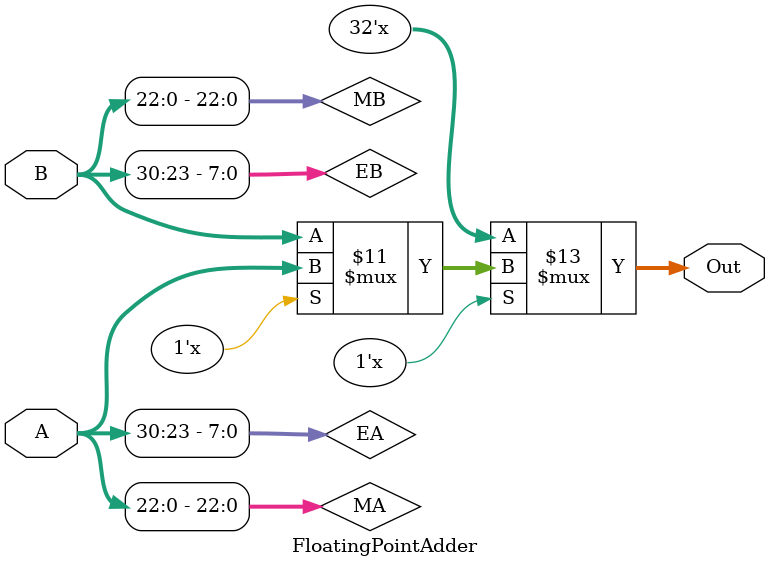
<source format=v>
module  FloatingPointAdder(  A, B, Out);
    input [31:0] A;
    input [31:0] B;
    output [31:0] Out;

    wire [22:0]MA; 
    wire [22:0]MB; 
    wire [7:0]EA; 
    wire [7:0]EB;

    assign MA[22:0]=A[22:0];
    assign MB[22:0]=B[22:0];
    assign EA = A[30:23];
    assign EB = B[30:23];
    
    //calculate the difference between exponents
    wire [8:0]exp_diff; // 1b sign + 8b magnitude
    
    always @(*) begin  
        if (a >=b) begin 
            result = a-b;
        end else begin 
            result = b-a;
            result[8] = 1'b1;
        end
    end

    wire [22:0]MA_shifted;
    wire [22:0]MB_shifted;
    wire [7:0]shift_amount;
    
    //shift first, 
    always @(*) begin
        if (!result[8]) begin
            MA_shifted = MA;
            MB_shifted = MB >> shift_amount;
        end else begin
            MA_shifted = MA >> shift_amount;
            MB_shifted = MB;
        end
    end

    // darn, this different sign addition is quite tricky; 
    // where:     Shift the mantissa left until the high bit is set,  has to be done. 
    // one possible approach is: https://people.ece.cornell.edu/land/courses/ece5760/StudentWork/mje56/FPmath.v 
        //extending this into fp32. 


    //if exponential difference is larger than 22, just output the larger input.
    always @(*) begin
        if (result[7:0]>22) begin 
            Out = result[8]?A:B;
        end else begin 
            //the other assignment
        end
    end

endmodule
</source>
